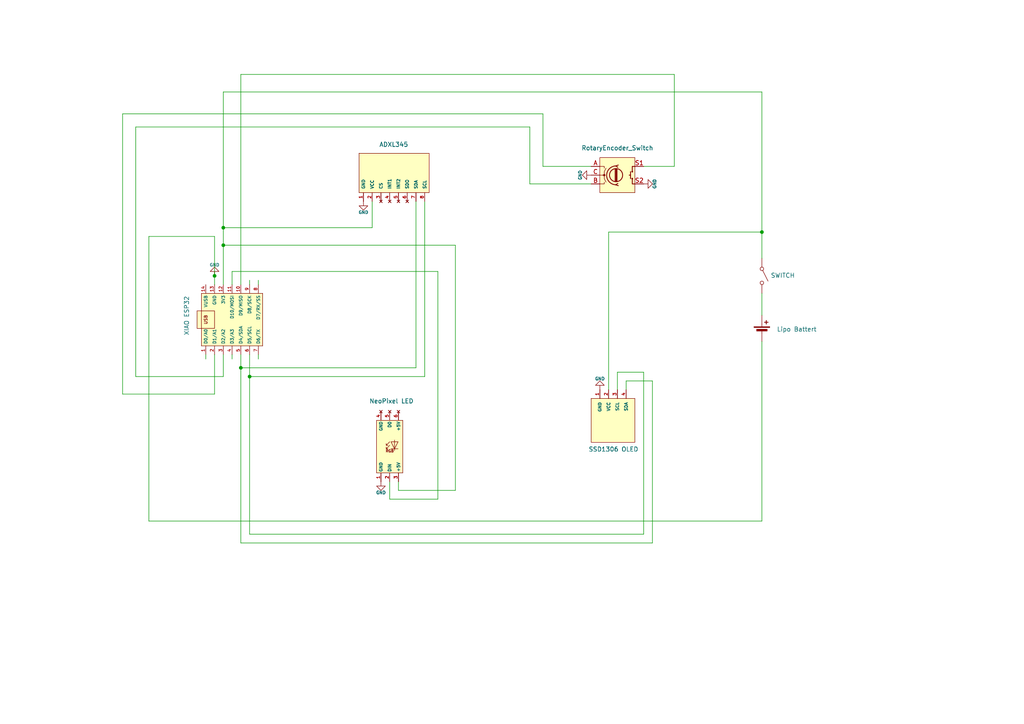
<source format=kicad_sch>
(kicad_sch (version 20250114) (generator "eeschema") (generator_version "9.0")
  (paper "A4")
  (title_block (title "final project circuit diagram") (date "2025-12-01") (rev "0"))
  (lib_symbols
    (symbol "3340_kicad:ADXL345" (pin_names (offset 1.016))
      (property "Value" "ADXL345" (at 6.096 -5.588 0))
      (symbol "ADXL345_0_1"
        (rectangle (start -16.51 0) (end 3.81 -11.43) (fill (type background)))
      )
      (symbol "ADXL345_1_1"
        (pin power_in line (at -15.24 -13.97 90) (length 2.54) (name "GND") (number "1"))
        (pin power_in line (at -12.7 -13.97 90) (length 2.54) (name "VCC") (number "2"))
        (pin no_connect line (at -10.16 -13.97 90) (length 2.54) (name "CS") (number "3"))
        (pin no_connect line (at -7.62 -13.97 90) (length 2.54) (name "INT1") (number "4"))
        (pin no_connect line (at -5.08 -13.97 90) (length 2.54) (name "INT2") (number "5"))
        (pin no_connect line (at -2.54 -13.97 90) (length 2.54) (name "SDO") (number "6"))
        (pin output line (at 0 -13.97 90) (length 2.54) (name "SDA") (number "7"))
        (pin output line (at 2.54 -13.97 90) (length 2.54) (name "SCL") (number "8"))
      )
    )
    (symbol "Device:Battery_Cell" (pin_numbers (hide yes)) (pin_names (offset 0) (hide yes))
      (property "Reference" "BT" (at 2.54 2.54 0))
      (property "Value" "Battery_Cell" (at 2.54 0 0))
      (symbol "Battery_Cell_0_1"
        (rectangle (start -2.286 1.778) (end 2.286 1.524) (fill (type outline)))
        (rectangle (start -1.524 1.016) (end 1.524 0.508) (fill (type outline)))
        (polyline (pts (xy 0 1.778) (xy 0 2.54)))
        (polyline (pts (xy 0 0.762) (xy 0 0)))
        (polyline (pts (xy 0.762 3.048) (xy 1.778 3.048)) (stroke (width 0.254)))
        (polyline (pts (xy 1.27 3.556) (xy 1.27 2.54)) (stroke (width 0.254)))
      )
      (symbol "Battery_Cell_1_1"
        (pin passive line (at 0 5.08 270) (length 2.54) (name "+") (number "1"))
        (pin passive line (at 0 -2.54 90) (length 2.54) (name "-") (number "2"))
      )
    )
    (symbol "Device:RotaryEncoder_Switch" (pin_names (offset 0.254) (hide yes))
      (property "Value" "RotaryEncoder_Switch" (at 0 7.874 0))
      (symbol "RotaryEncoder_Switch_0_1"
        (rectangle (start -5.08 5.08) (end 5.08 -5.08) (fill (type background)))
        (polyline (pts (xy -5.08 2.54) (xy -3.81 2.54) (xy -3.81 2.032)))
        (polyline (pts (xy -5.08 0) (xy -3.81 0) (xy -3.81 -1.016) (xy -3.302 -2.032)))
        (polyline (pts (xy -5.08 -2.54) (xy -3.81 -2.54) (xy -3.81 -2.032)))
        (polyline (pts (xy -4.318 0) (xy -3.81 0) (xy -3.81 1.016) (xy -3.302 2.032)))
        (circle (center -3.81 0) (radius 0.254) (fill (type outline)))
        (polyline (pts (xy -0.635 -1.778) (xy -0.635 1.778)) (stroke (width 0.254)))
        (circle (center -0.381 0) (radius 1.905) (stroke (width 0.254)))
        (polyline (pts (xy -0.381 -1.778) (xy -0.381 1.778)) (stroke (width 0.254)))
        (arc (start -0.381 -2.794) (mid -3.0988 -0.0635) (end -0.381 2.667) (stroke (width 0.254)))
        (polyline (pts (xy -0.127 1.778) (xy -0.127 -1.778)) (stroke (width 0.254)))
        (polyline (pts (xy 0.254 2.921) (xy -0.508 2.667) (xy 0.127 2.286)) (stroke (width 0.254)))
        (polyline (pts (xy 0.254 -3.048) (xy -0.508 -2.794) (xy 0.127 -2.413)) (stroke (width 0.254)))
        (polyline (pts (xy 3.81 1.016) (xy 3.81 -1.016)) (stroke (width 0.254)))
        (polyline (pts (xy 3.81 0) (xy 3.429 0)) (stroke (width 0.254)))
        (circle (center 4.318 1.016) (radius 0.127) (stroke (width 0.254)))
        (circle (center 4.318 -1.016) (radius 0.127) (stroke (width 0.254)))
        (polyline (pts (xy 5.08 2.54) (xy 4.318 2.54) (xy 4.318 1.016)) (stroke (width 0.254)))
        (polyline (pts (xy 5.08 -2.54) (xy 4.318 -2.54) (xy 4.318 -1.016)) (stroke (width 0.254)))
      )
      (symbol "RotaryEncoder_Switch_1_1"
        (pin passive line (at -7.62 2.54 0) (length 2.54) (name "A") (number "A"))
        (pin passive line (at -7.62 0 0) (length 2.54) (name "C") (number "C"))
        (pin passive line (at -7.62 -2.54 0) (length 2.54) (name "B") (number "B"))
        (pin passive line (at 7.62 2.54 180) (length 2.54) (name "S1") (number "S1"))
        (pin passive line (at 7.62 -2.54 180) (length 2.54) (name "S2") (number "S2"))
      )
    )
    (symbol "LED:NeoPixel_THT" (pin_names (offset 0.254))
      (property "Value" "NeoPixel LED" (at 12.7 -2.794 0))
      (symbol "NeoPixel_THT_0_0"
        (text "RGB" (at 0 -3.81 0) (effects (font (size 0.762 0.762))))
      )
      (symbol "NeoPixel_THT_0_1"
        (rectangle (start -3.81 5.08) (end 3.81 -10.16) (fill (type background)))
        (polyline (pts (xy -1.016 -2.159) (xy -0.508 -2.159)))
        (polyline (pts (xy -1.016 -3.175) (xy -0.508 -3.175)))
        (polyline (pts (xy 0 -1.143) (xy -1.016 -2.159) (xy -1.016 -1.651)))
        (polyline (pts (xy 0 -2.159) (xy -1.016 -3.175) (xy -1.016 -2.667)))
        (polyline (pts (xy 1.397 -0.635) (xy 1.397 -3.175) (xy 1.397 -3.683)))
        (polyline (pts (xy 2.413 -1.143) (xy 0.381 -1.143) (xy 1.397 -3.175) (xy 2.413 -1.143)))
        (polyline (pts (xy 2.413 -3.175) (xy 0.381 -3.175)))
      )
      (symbol "NeoPixel_THT_1_1"
        (pin no_connect line (at -2.54 7.62 270) (length 2.54) (name "GND") (number "4"))
        (pin output line (at -2.54 -12.7 90) (length 2.54) (name "GND") (number "1"))
        (pin no_connect line (at 0 7.62 270) (length 2.54) (name "D0") (number "5"))
        (pin output line (at 0 -12.7 90) (length 2.54) (name "DIN") (number "2"))
        (pin no_connect line (at 2.54 7.62 270) (length 2.54) (name "+5V") (number "6"))
        (pin power_in line (at 2.54 -12.7 90) (length 2.54) (name "+5V") (number "3"))
      )
    )
    (symbol "SSD1306-128x64_OLED:SSD1306" (pin_names (offset 1.016))
      (property "Value" "SSD1306 OLED" (at -7.112 -8.382 0))
      (symbol "SSD1306_0_1"
        (rectangle (start -6.35 6.35) (end 6.35 -6.35) (fill (type background)))
      )
      (symbol "SSD1306_1_1"
        (pin input line (at -3.81 8.89 270) (length 2.54) (name "GND") (number "1"))
        (pin input line (at -1.27 8.89 270) (length 2.54) (name "VCC") (number "2"))
        (pin input line (at 1.27 8.89 270) (length 2.54) (name "SCL") (number "3"))
        (pin input line (at 3.81 8.89 270) (length 2.54) (name "SDA") (number "4"))
      )
    )
    (symbol "Simulation_SPICE:SWITCH" (pin_numbers (hide yes)) (pin_names (offset 1.016) (hide yes))
      (property "Reference" "S1" (at 2.54 2.6671 0))
      (property "Value" "SWITCH" (at 2.54 0.1271 0))
      (symbol "SWITCH_0_1"
        (circle (center 0 2.032) (radius 0.508))
        (circle (center 0 -2.032) (radius 0.508))
        (polyline (pts (xy 0.254 1.524) (xy 1.778 -1.524)))
      )
      (symbol "SWITCH_1_1"
        (pin passive line (at 0 5.08 270) (length 2.54) (name "N+") (number "1"))
        (pin passive line (at 0 -5.08 90) (length 2.54) (name "N-") (number "2"))
      )
    )
    (symbol "XIAO_1"
      (property "Value" "XIAO ESP32" (at -3.81 11.176 0))
      (symbol "XIAO_1_0_0"
        (pin bidirectional line (at -10.16 5.08 0) (length 2.54) (name "D1/A1") (number "2"))
        (pin bidirectional line (at -10.16 2.54 0) (length 2.54) (name "D2/A2") (number "3"))
        (pin bidirectional line (at -10.16 0 0) (length 2.54) (name "D3/A3") (number "4"))
        (pin bidirectional line (at -10.16 -2.54 0) (length 2.54) (name "D4/SDA") (number "5"))
        (pin bidirectional line (at -10.16 -5.08 0) (length 2.54) (name "D5/SCL") (number "6"))
        (pin bidirectional line (at -10.16 -7.62 0) (length 2.54) (name "D6/TX") (number "7"))
        (pin bidirectional line (at 10.16 7.62 180) (length 2.54) (name "VUSB") (number "14"))
        (pin bidirectional line (at 10.16 5.08 180) (length 2.54) (name "GND") (number "13"))
        (pin bidirectional line (at 10.16 2.54 180) (length 2.54) (name "3V3") (number "12"))
        (pin bidirectional line (at 10.16 0 180) (length 2.54) (name "D10/MOSI") (number "11"))
        (pin bidirectional line (at 10.16 -2.54 180) (length 2.54) (name "D9/MISO") (number "10"))
        (pin bidirectional line (at 10.16 -5.08 180) (length 2.54) (name "D8/SCK") (number "9"))
        (pin bidirectional line (at 10.16 -7.62 180) (length 2.54) (name "D7/RX/SS") (number "8"))
      )
      (symbol "XIAO_1_0_1"
        (rectangle (start -7.62 8.89) (end 7.62 -8.89) (fill (type background)))
      )
      (symbol "XIAO_1_1_0"
        (pin bidirectional line (at -10.16 7.62 0) (length 2.54) (name "D0/A0") (number "1"))
      )
      (symbol "XIAO_1_1_1"
        (rectangle (start -2.54 10.16) (end 2.54 5.08) (fill (type background)))
        (text "USB" (at 0 7.62 0) (effects (font (size 0.889 0.889))))
      )
    )
    (symbol "power:GND" (power) (pin_numbers (hide yes)) (pin_names (offset 0) (hide yes))
      (property "Value" "GND" (at 0 -1.27 0))
      (symbol "GND_0_1"
        (polyline (pts (xy 0 0) (xy 0 -1.27) (xy 1.27 -1.27) (xy 0 -2.54) (xy -1.27 -1.27) (xy 0 -1.27)))
      )
      (symbol "GND_1_1"
        (pin power_in line (at 0 0 270) (length 0) (hide yes) (name "GND") (number "1"))
      )
    )
  )
  (junction (at 64.77 66.04))
  (junction (at 69.85 106.68))
  (junction (at 64.77 71.12))
  (junction (at 220.98 67.31))
  (junction (at 72.39 109.22))
  (junction (at 62.23 80.01))
  (wire (pts (xy 115.57 142.24) (xy 132.08 142.24)))
  (wire (pts (xy 220.98 67.31) (xy 220.98 26.67)))
  (wire (pts (xy 64.77 66.04) (xy 64.77 71.12)))
  (wire (pts (xy 123.19 58.42) (xy 123.19 109.22)))
  (wire (pts (xy 72.39 109.22) (xy 72.39 154.94)))
  (wire (pts (xy 67.31 104.14) (xy 67.31 102.87)))
  (wire (pts (xy 153.67 36.83) (xy 39.37 36.83)))
  (wire (pts (xy 69.85 102.87) (xy 69.85 106.68)))
  (wire (pts (xy 220.98 85.09) (xy 220.98 91.44)))
  (wire (pts (xy 39.37 36.83) (xy 39.37 109.22)))
  (wire (pts (xy 176.53 113.03) (xy 176.53 67.31)))
  (wire (pts (xy 74.93 82.55) (xy 74.93 81.28)))
  (wire (pts (xy 181.61 110.49) (xy 189.23 110.49)))
  (wire (pts (xy 179.07 107.95) (xy 179.07 113.03)))
  (wire (pts (xy 62.23 80.01) (xy 62.23 82.55)))
  (wire (pts (xy 220.98 99.06) (xy 220.98 151.13)))
  (wire (pts (xy 69.85 106.68) (xy 69.85 157.48)))
  (wire (pts (xy 64.77 102.87) (xy 64.77 109.22)))
  (wire (pts (xy 123.19 109.22) (xy 72.39 109.22)))
  (wire (pts (xy 64.77 66.04) (xy 107.95 66.04)))
  (wire (pts (xy 64.77 26.67) (xy 64.77 66.04)))
  (wire (pts (xy 195.58 48.26) (xy 186.69 48.26)))
  (wire (pts (xy 43.18 68.58) (xy 62.23 68.58)))
  (wire (pts (xy 35.56 33.02) (xy 35.56 114.3)))
  (wire (pts (xy 176.53 67.31) (xy 220.98 67.31)))
  (wire (pts (xy 132.08 71.12) (xy 64.77 71.12)))
  (wire (pts (xy 39.37 109.22) (xy 64.77 109.22)))
  (wire (pts (xy 64.77 71.12) (xy 64.77 82.55)))
  (wire (pts (xy 186.69 107.95) (xy 179.07 107.95)))
  (wire (pts (xy 113.03 139.7) (xy 113.03 144.78)))
  (wire (pts (xy 113.03 144.78) (xy 127 144.78)))
  (wire (pts (xy 72.39 102.87) (xy 72.39 109.22)))
  (wire (pts (xy 62.23 102.87) (xy 62.23 114.3)))
  (wire (pts (xy 220.98 26.67) (xy 64.77 26.67)))
  (wire (pts (xy 35.56 114.3) (xy 62.23 114.3)))
  (wire (pts (xy 59.69 104.14) (xy 59.69 102.87)))
  (wire (pts (xy 43.18 151.13) (xy 220.98 151.13)))
  (wire (pts (xy 171.45 53.34) (xy 153.67 53.34)))
  (wire (pts (xy 115.57 139.7) (xy 115.57 142.24)))
  (wire (pts (xy 132.08 142.24) (xy 132.08 71.12)))
  (wire (pts (xy 43.18 151.13) (xy 43.18 68.58)))
  (wire (pts (xy 153.67 53.34) (xy 153.67 36.83)))
  (wire (pts (xy 171.45 48.26) (xy 157.48 48.26)))
  (wire (pts (xy 67.31 78.74) (xy 127 78.74)))
  (wire (pts (xy 120.65 106.68) (xy 69.85 106.68)))
  (wire (pts (xy 69.85 21.59) (xy 195.58 21.59)))
  (wire (pts (xy 220.98 74.93) (xy 220.98 67.31)))
  (wire (pts (xy 72.39 82.55) (xy 72.39 81.28)))
  (wire (pts (xy 189.23 110.49) (xy 189.23 157.48)))
  (wire (pts (xy 69.85 82.55) (xy 69.85 21.59)))
  (wire (pts (xy 189.23 157.48) (xy 69.85 157.48)))
  (wire (pts (xy 120.65 58.42) (xy 120.65 106.68)))
  (wire (pts (xy 62.23 68.58) (xy 62.23 80.01)))
  (wire (pts (xy 127 144.78) (xy 127 78.74)))
  (wire (pts (xy 157.48 48.26) (xy 157.48 33.02)))
  (wire (pts (xy 157.48 33.02) (xy 35.56 33.02)))
  (wire (pts (xy 72.39 154.94) (xy 186.69 154.94)))
  (wire (pts (xy 181.61 113.03) (xy 181.61 110.49)))
  (wire (pts (xy 74.93 102.87) (xy 74.93 104.14)))
  (wire (pts (xy 107.95 58.42) (xy 107.95 66.04)))
  (wire (pts (xy 195.58 21.59) (xy 195.58 48.26)))
  (wire (pts (xy 186.69 154.94) (xy 186.69 107.95)))
  (wire (pts (xy 67.31 78.74) (xy 67.31 82.55)))
  (symbol (lib_id "LED:NeoPixel_THT") (at 113.03 127 0) (unit 1)
    (property "Reference" "D1" (effects (hide yes)))
    (property "Value" "NeoPixel LED" (at 113.538 116.332 0))
    (property "Datasheet" "https://www.adafruit.com/product/1938" (effects (hide yes)))
    (property "Description" "RGB LED with integrated controller, 5mm/8mm LED package" (effects (hide yes)))
  )
  (symbol (lib_id "power:GND") (at 173.99 113.03 180) (unit 1)
    (property "Reference" "#PWR02" (effects (hide yes)))
    (property "Value" "GND" (at 173.99 109.855 0) (effects (font (size 0.889 0.889))))
  )
  (symbol (lib_id "Device:Battery_Cell") (at 220.98 96.52 0) (unit 1)
    (property "Reference" "BT1" (effects (hide yes)))
    (property "Value" "Lipo Battert" (at 225.298 95.504 0) (effects (justify left)))
    (property "Description" "Single-cell battery" (effects (hide yes)))
  )
  (symbol (lib_id "Simulation_SPICE:SWITCH") (at 220.98 80.01 0) (unit 1)
    (property "Reference" "S1" (effects (hide yes)))
    (property "Value" "SWITCH" (at 223.52 79.8829 0) (effects (justify left)))
    (property "Datasheet" "https://ngspice.sourceforge.io/docs/ngspice-html-manual/manual.xhtml#subsec_Switches" (effects (hide yes)))
    (property "Description" "Voltage controlled switch symbol for simulation only" (effects (hide yes)))
    (property "Sim.Device" "SW" (effects (hide yes)))
    (property "Sim.Type" "V" (effects (hide yes)))
    (property "Sim.Params" "thr=0 ron=1" (effects (hide yes)))
    (property "Sim.Pins" "1=no+ 2=no- 3=ctrl+ 4=ctrl-" (effects (hide yes)))
  )
  (symbol (lib_id "power:GND") (at 171.45 50.8 270) (unit 1)
    (property "Reference" "#PWR05" (effects (hide yes)))
    (property "Value" "GND" (at 168.275 50.8 0) (effects (font (size 0.889 0.889))))
  )
  (symbol (lib_id "SSD1306-128x64_OLED:SSD1306") (at 177.8 121.92 0) (unit 1)
    (property "Reference" "Brd1" (effects (hide yes)))
    (property "Value" "SSD1306 OLED" (at 170.688 130.302 0) (effects (justify left)))
    (property "Description" "SSD1306 OLED" (effects (hide yes)))
  )
  (symbol (lib_id "power:GND") (at 186.69 53.34 90) (unit 1)
    (property "Reference" "#PWR06" (effects (hide yes)))
    (property "Value" "GND" (at 189.865 53.34 0) (effects (font (size 0.889 0.889))))
  )
  (symbol (lib_id "power:GND") (at 110.49 139.7 0) (unit 1)
    (property "Reference" "#PWR04" (effects (hide yes)))
    (property "Value" "GND" (at 110.49 142.875 0) (effects (font (size 0.889 0.889))))
  )
  (symbol (lib_id "3340_kicad:ADXL345") (at 120.65 44.45 0) (unit 1)
    (property "Reference" "U1" (effects (hide yes)))
    (property "Value" "ADXL345" (at 109.982 41.91 0) (effects (justify left)))
    (property "Description" "Accelerometer" (effects (hide yes)))
  )
  (symbol (lib_id "Device:RotaryEncoder_Switch") (at 179.07 50.8 0) (unit 1)
    (property "Reference" "SW1" (effects (hide yes)))
    (property "Value" "RotaryEncoder_Switch" (at 179.07 42.926 0))
    (property "Description" "Rotary encoder, dual channel, incremental quadrate outputs, with switch" (effects (hide yes)))
  )
  (symbol (lib_id "power:GND") (at 62.23 80.01 180) (unit 1)
    (property "Reference" "#PWR012" (effects (hide yes)))
    (property "Value" "GND" (at 62.23 76.835 0) (effects (font (size 0.889 0.889))))
  )
  (symbol (lib_name "XIAO_1") (lib_id "SoMs:XIAO") (at 67.31 92.71 90) (unit 1)
    (property "Reference" "M1" (effects (hide yes)))
    (property "Value" "XIAO ESP32" (at 54.864 97.282 0) (effects (justify left bottom)))
  )
  (symbol (lib_id "power:GND") (at 105.41 58.42 0) (unit 1)
    (property "Reference" "#PWR03" (effects (hide yes)))
    (property "Value" "GND" (at 105.41 61.595 0) (effects (font (size 0.889 0.889))))
  )
)
</source>
